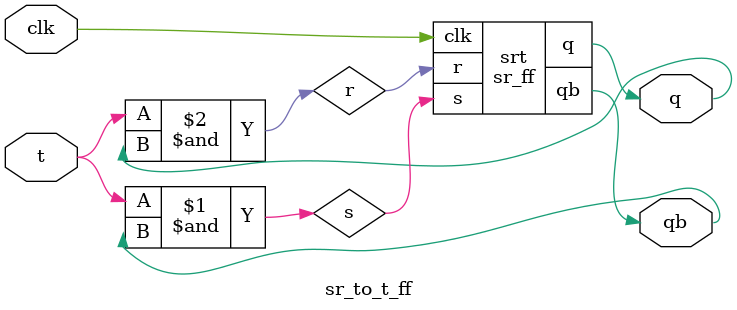
<source format=v>
`timescale 1ns / 1ps

module sr_ff(
    input s,r,
    input clk,
    output reg q = 1,
    output  qb
    );
    
    assign qb = ~q;

    always @(posedge clk)
        begin
            case({s,r})
                2'b00: q <= q;
                2'b01: q <= 0;
                2'b10: q <= 1;
                2'b11: q <= 1'bx;
            endcase
        end        
endmodule

module sr_to_t_ff(
    input t,clk,
    output q,qb
    );
    
    wire s,r;
    
    sr_ff srt(s,r,clk,q,qb);
    
    and g1(s, t, qb);
    and g2(r, t, q);
endmodule

</source>
